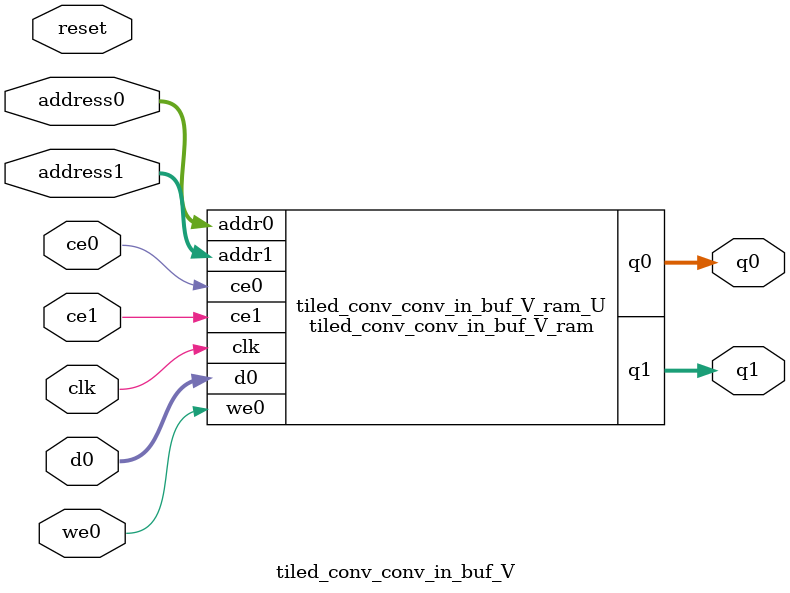
<source format=v>
`timescale 1 ns / 1 ps
module tiled_conv_conv_in_buf_V_ram (addr0, ce0, d0, we0, q0, addr1, ce1, q1,  clk);

parameter DWIDTH = 16;
parameter AWIDTH = 13;
parameter MEM_SIZE = 7176;

input[AWIDTH-1:0] addr0;
input ce0;
input[DWIDTH-1:0] d0;
input we0;
output reg[DWIDTH-1:0] q0;
input[AWIDTH-1:0] addr1;
input ce1;
output reg[DWIDTH-1:0] q1;
input clk;

reg [DWIDTH-1:0] ram[0:MEM_SIZE-1];




always @(posedge clk)  
begin 
    if (ce0) begin
        if (we0) 
            ram[addr0] <= d0; 
        q0 <= ram[addr0];
    end
end


always @(posedge clk)  
begin 
    if (ce1) begin
        q1 <= ram[addr1];
    end
end


endmodule

`timescale 1 ns / 1 ps
module tiled_conv_conv_in_buf_V(
    reset,
    clk,
    address0,
    ce0,
    we0,
    d0,
    q0,
    address1,
    ce1,
    q1);

parameter DataWidth = 32'd16;
parameter AddressRange = 32'd7176;
parameter AddressWidth = 32'd13;
input reset;
input clk;
input[AddressWidth - 1:0] address0;
input ce0;
input we0;
input[DataWidth - 1:0] d0;
output[DataWidth - 1:0] q0;
input[AddressWidth - 1:0] address1;
input ce1;
output[DataWidth - 1:0] q1;



tiled_conv_conv_in_buf_V_ram tiled_conv_conv_in_buf_V_ram_U(
    .clk( clk ),
    .addr0( address0 ),
    .ce0( ce0 ),
    .we0( we0 ),
    .d0( d0 ),
    .q0( q0 ),
    .addr1( address1 ),
    .ce1( ce1 ),
    .q1( q1 ));

endmodule


</source>
